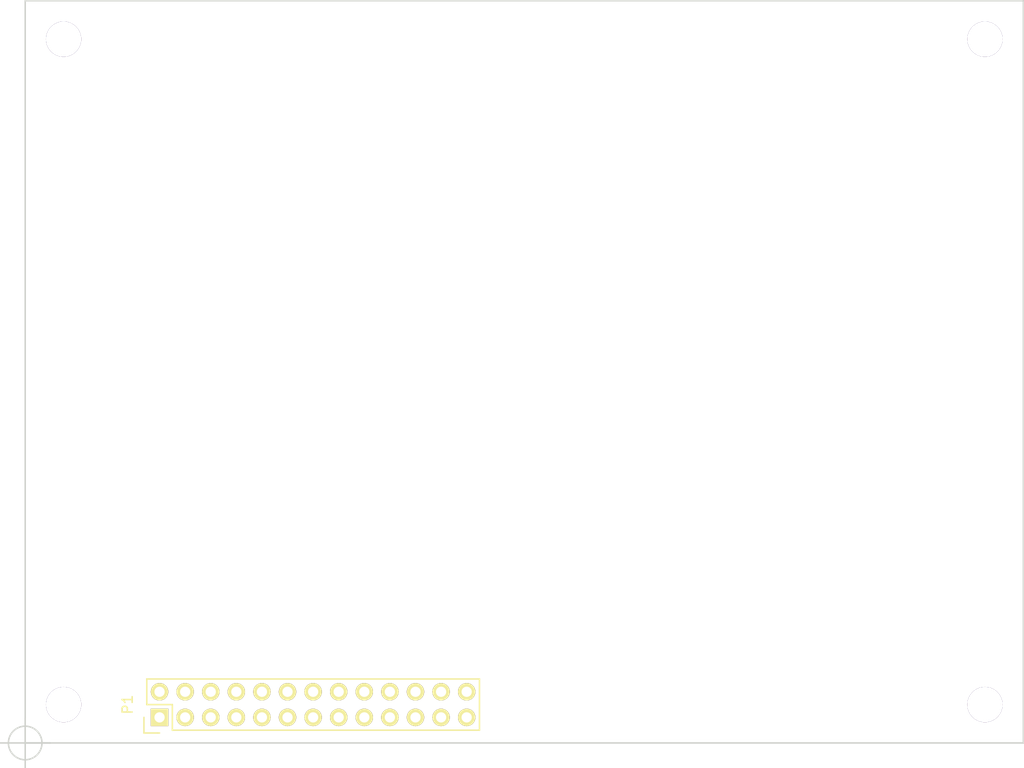
<source format=kicad_pcb>
(kicad_pcb (version 20210126) (generator pcbnew)
  (layers (0 "F.Cu" signal) (31 "B.Cu" signal) (34 "B.Paste" user) (35 "F.Paste" user) (36 "B.SilkS" user "B.Silkscreen") (37 "F.SilkS" user "F.Silkscreen") (38 "B.Mask" user) (39 "F.Mask" user) (44 "Edge.Cuts" user))
  (net 0 "")
  (net 1 "GND")
  (net 2 "+5V")
  (net 3 "+3V3")
  (net 4 "GPIO_SPI_CS#")
  (net 5 "GPIO_UART1_TXD")
  (net 6 "GPIO_SPI_MISO")
  (net 7 "GPIO_UART1_RXD")
  (net 8 "GPIO_SPI_MOSI")
  (net 9 "GPIO_UART1_CTS")
  (net 10 "GPIO_SPI_CLK")
  (net 11 "GPIO_UART1_RTS")
  (net 12 "GPIO_I2C_SCL")
  (net 13 "GPIO_I2S_CLK")
  (net 14 "GPIO_I2C_SDA")
  (net 15 "GPIO_I2S_FRM")
  (net 16 "GPIO_UART2_TXD")
  (net 17 "GPIO_I2S_DO")
  (net 18 "GPIO_UART2_RXD")
  (net 19 "GPIO_I2S_DI")
  (net 20 "GPIO_S5_0")
  (net 21 "GPIO_PWM0")
  (net 22 "GPIO_S5_1")
  (net 23 "GPIO_PWM1")
  (net 24 "GPIO_S5_2")
  (net 25 "I2SMCLK_GPIO")
  (footprint "Pin_Headers:Pin_Header_Straight_2x13" (layer "F.Cu") (at 109.855 142.24 90)
    (fp_text reference "P1" (at 1.27 -3.175 90) (layer "F.SilkS"))
    (fp_text value "CONN_02X13" hide)
    (fp_line (start 3.81 31.75) (end -1.27 31.75) (layer "F.SilkS") (width 0.15))
    (fp_line (start 3.81 -1.27) (end 3.81 31.75) (layer "F.SilkS") (width 0.15))
    (fp_line (start -1.27 1.27) (end -1.27 31.75) (layer "F.SilkS") (width 0.15))
    (fp_line (start -1.55 -1.55) (end -1.55 0) (layer "F.SilkS") (width 0.15))
    (fp_line (start 0 -1.55) (end -1.55 -1.55) (layer "F.SilkS") (width 0.15))
    (fp_line (start 1.27 1.27) (end -1.27 1.27) (layer "F.SilkS") (width 0.15))
    (fp_line (start 3.81 -1.27) (end 1.27 -1.27) (layer "F.SilkS") (width 0.15))
    (fp_line (start 1.27 -1.27) (end 1.27 1.27) (layer "F.SilkS") (width 0.15))
    (pad "1" thru_hole rect (at 0 0 90) (size 1.7272 1.7272) (drill 1.016) (layers *.Cu *.Mask "F.SilkS") (net 1 "GND"))
    (pad "2" thru_hole oval (at 2.54 0 90) (size 1.7272 1.7272) (drill 1.016) (layers *.Cu *.Mask "F.SilkS") (net 1 "GND"))
    (pad "3" thru_hole oval (at 0 2.54 90) (size 1.7272 1.7272) (drill 1.016) (layers *.Cu *.Mask "F.SilkS") (net 2 "+5V"))
    (pad "4" thru_hole oval (at 2.54 2.54 90) (size 1.7272 1.7272) (drill 1.016) (layers *.Cu *.Mask "F.SilkS") (net 3 "+3V3"))
    (pad "5" thru_hole oval (at 0 5.08 90) (size 1.7272 1.7272) (drill 1.016) (layers *.Cu *.Mask "F.SilkS") (net 4 "GPIO_SPI_CS#"))
    (pad "6" thru_hole oval (at 2.54 5.08 90) (size 1.7272 1.7272) (drill 1.016) (layers *.Cu *.Mask "F.SilkS") (net 5 "GPIO_UART1_TXD"))
    (pad "7" thru_hole oval (at 0 7.62 90) (size 1.7272 1.7272) (drill 1.016) (layers *.Cu *.Mask "F.SilkS") (net 6 "GPIO_SPI_MISO"))
    (pad "8" thru_hole oval (at 2.54 7.62 90) (size 1.7272 1.7272) (drill 1.016) (layers *.Cu *.Mask "F.SilkS") (net 7 "GPIO_UART1_RXD"))
    (pad "9" thru_hole oval (at 0 10.16 90) (size 1.7272 1.7272) (drill 1.016) (layers *.Cu *.Mask "F.SilkS") (net 8 "GPIO_SPI_MOSI"))
    (pad "10" thru_hole oval (at 2.54 10.16 90) (size 1.7272 1.7272) (drill 1.016) (layers *.Cu *.Mask "F.SilkS") (net 9 "GPIO_UART1_CTS"))
    (pad "11" thru_hole oval (at 0 12.7 90) (size 1.7272 1.7272) (drill 1.016) (layers *.Cu *.Mask "F.SilkS") (net 10 "GPIO_SPI_CLK"))
    (pad "12" thru_hole oval (at 2.54 12.7 90) (size 1.7272 1.7272) (drill 1.016) (layers *.Cu *.Mask "F.SilkS") (net 11 "GPIO_UART1_RTS"))
    (pad "13" thru_hole oval (at 0 15.24 90) (size 1.7272 1.7272) (drill 1.016) (layers *.Cu *.Mask "F.SilkS") (net 12 "GPIO_I2C_SCL"))
    (pad "14" thru_hole oval (at 2.54 15.24 90) (size 1.7272 1.7272) (drill 1.016) (layers *.Cu *.Mask "F.SilkS") (net 13 "GPIO_I2S_CLK"))
    (pad "15" thru_hole oval (at 0 17.78 90) (size 1.7272 1.7272) (drill 1.016) (layers *.Cu *.Mask "F.SilkS") (net 14 "GPIO_I2C_SDA"))
    (pad "16" thru_hole oval (at 2.54 17.78 90) (size 1.7272 1.7272) (drill 1.016) (layers *.Cu *.Mask "F.SilkS") (net 15 "GPIO_I2S_FRM"))
    (pad "17" thru_hole oval (at 0 20.32 90) (size 1.7272 1.7272) (drill 1.016) (layers *.Cu *.Mask "F.SilkS") (net 16 "GPIO_UART2_TXD"))
    (pad "18" thru_hole oval (at 2.54 20.32 90) (size 1.7272 1.7272) (drill 1.016) (layers *.Cu *.Mask "F.SilkS") (net 17 "GPIO_I2S_DO"))
    (pad "19" thru_hole oval (at 0 22.86 90) (size 1.7272 1.7272) (drill 1.016) (layers *.Cu *.Mask "F.SilkS") (net 18 "GPIO_UART2_RXD"))
    (pad "20" thru_hole oval (at 2.54 22.86 90) (size 1.7272 1.7272) (drill 1.016) (layers *.Cu *.Mask "F.SilkS") (net 19 "GPIO_I2S_DI"))
    (pad "21" thru_hole oval (at 0 25.4 90) (size 1.7272 1.7272) (drill 1.016) (layers *.Cu *.Mask "F.SilkS") (net 20 "GPIO_S5_0"))
    (pad "22" thru_hole oval (at 2.54 25.4 90) (size 1.7272 1.7272) (drill 1.016) (layers *.Cu *.Mask "F.SilkS") (net 21 "GPIO_PWM0"))
    (pad "23" thru_hole oval (at 0 27.94 90) (size 1.7272 1.7272) (drill 1.016) (layers *.Cu *.Mask "F.SilkS") (net 22 "GPIO_S5_1"))
    (pad "24" thru_hole oval (at 2.54 27.94 90) (size 1.7272 1.7272) (drill 1.016) (layers *.Cu *.Mask "F.SilkS") (net 23 "GPIO_PWM1"))
    (pad "25" thru_hole oval (at 0 30.48 90) (size 1.7272 1.7272) (drill 1.016) (layers *.Cu *.Mask "F.SilkS") (net 24 "GPIO_S5_2"))
    (pad "26" thru_hole oval (at 2.54 30.48 90) (size 1.7272 1.7272) (drill 1.016) (layers *.Cu *.Mask "F.SilkS") (net 25 "I2SMCLK_GPIO"))
  )
  (footprint "Mounting_Holes:MountingHole_3-5mm" (layer "F.Cu") (at 191.77 140.97)
    (fp_text reference "MK2" hide)
    (fp_text value "Mounting_Hole" hide)
    (pad "1" thru_hole circle (at 0 0) (size 3.5 3.5) (drill 3.5) (layers))
  )
  (footprint "Mounting_Holes:MountingHole_3-5mm" (layer "F.Cu") (at 100.33 140.97)
    (fp_text reference "MK1" hide)
    (fp_text value "Mounting_Hole" hide)
    (pad "1" thru_hole circle (at 0 0) (size 3.5 3.5) (drill 3.5) (layers))
  )
  (footprint "Mounting_Holes:MountingHole_3-5mm" (layer "F.Cu") (at 100.33 74.93)
    (fp_text reference "MK4" hide)
    (fp_text value "Mounting_Hole" hide)
    (pad "1" thru_hole circle (at 0 0) (size 3.5 3.5) (drill 3.5) (layers))
  )
  (footprint "Mounting_Holes:MountingHole_3-5mm" (layer "F.Cu") (at 191.77 74.93)
    (fp_text reference "MK3" hide)
    (fp_text value "Mounting_Hole" hide)
    (pad "1" thru_hole circle (at 0 0) (size 3.5 3.5) (drill 3.5) (layers))
  )
  (gr_line (start 195.58 71.12) (end 96.52 71.12) (angle 90) (layer "Edge.Cuts") (width 0.15))
  (gr_line (start 96.52 144.78) (end 195.58 144.78) (angle 90) (layer "Edge.Cuts") (width 0.15))
  (gr_line (start 195.58 144.78) (end 195.58 71.12) (angle 90) (layer "Edge.Cuts") (width 0.15))
  (gr_line (start 96.52 71.12) (end 96.52 144.78) (angle 90) (layer "Edge.Cuts") (width 0.15))
  (target plus (at 96.52 144.78) (size 5) (width 0.15) (layer "Edge.Cuts"))
)
</source>
